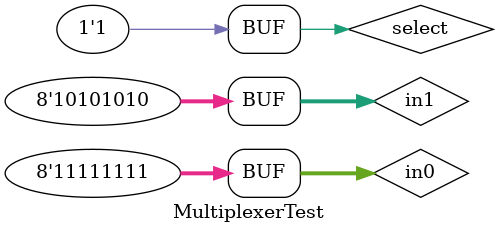
<source format=v>
`timescale 1ns / 1ps


module MultiplexerTest;

	// Inputs
	reg [7:0] in0;
	reg [7:0] in1;
	reg select;

	// Outputs
	wire [7:0] out;

	// Instantiate the Unit Under Test (UUT)
	Multiplexer uut (
		.in0,
		.in1,
		.select,
		.out
	);
	
	defparam uut.inputWidth=8;	
	
	initial begin
		in0 = 'hFF;
		in1 = 0;
		select = 0;
		#5 select = 1;
		#5 in1 = 'hAA;
	end
      
endmodule


</source>
